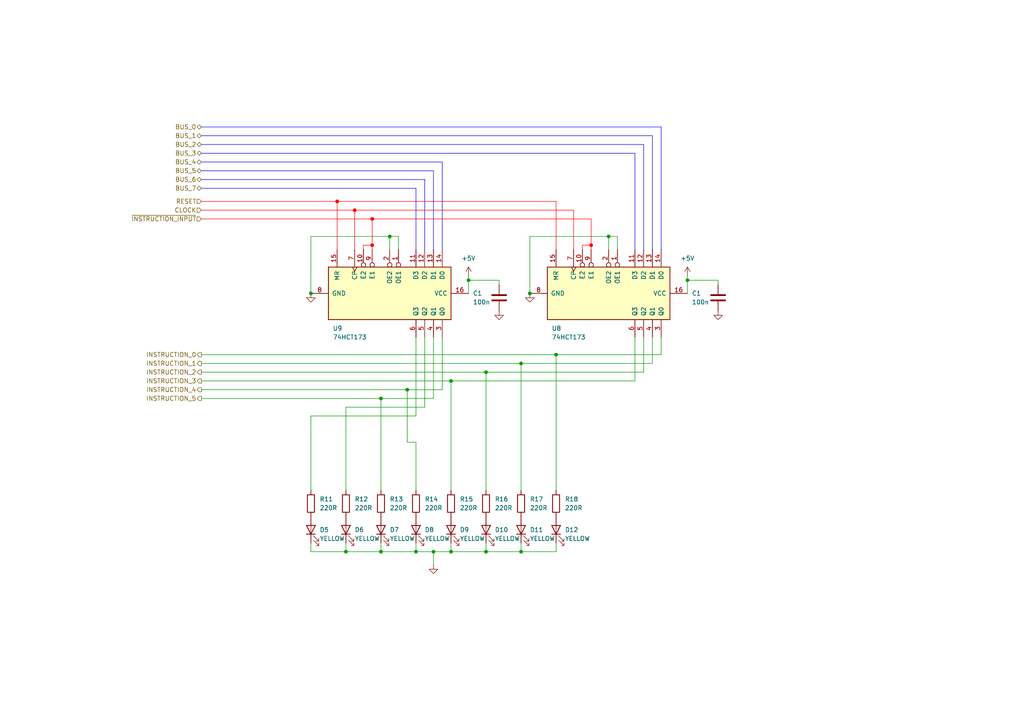
<source format=kicad_sch>
(kicad_sch (version 20230121) (generator eeschema)
  (paper "A4")
  (title_block (title "8-bit CPU") (date "2023-11-28") (rev "1.0") (company "TBR Designs"))
  (lib_symbols
    (symbol "74LS173_1" (pin_names (offset 1.016))
      (property "Reference" "U" (at -7.62 19.05 0))
      (property "Value" "74LS173" (at -7.62 -19.05 0))
      (symbol "74LS173_1_1_0"
        (pin input inverted (at -12.7 2.54 0) (length 5.08) (name "OE1") (number "1"))
        (pin input inverted (at -12.7 -7.62 0) (length 5.08) (name "E2") (number "10"))
        (pin input line (at -12.7 7.62 0) (length 5.08) (name "D3") (number "11"))
        (pin input line (at -12.7 10.16 0) (length 5.08) (name "D2") (number "12"))
        (pin input line (at -12.7 12.7 0) (length 5.08) (name "D1") (number "13"))
        (pin input line (at -12.7 15.24 0) (length 5.08) (name "D0") (number "14"))
        (pin input line (at -12.7 -15.24 0) (length 5.08) (name "MR") (number "15"))
        (pin power_in line (at 0 22.86 270) (length 5.08) (name "VCC") (number "16"))
        (pin input inverted (at -12.7 0 0) (length 5.08) (name "OE2") (number "2"))
        (pin tri_state line (at 12.7 15.24 180) (length 5.08) (name "Q0") (number "3"))
        (pin tri_state line (at 12.7 12.7 180) (length 5.08) (name "Q1") (number "4"))
        (pin tri_state line (at 12.7 10.16 180) (length 5.08) (name "Q2") (number "5"))
        (pin tri_state line (at 12.7 7.62 180) (length 5.08) (name "Q3") (number "6"))
        (pin input clock (at -12.7 -10.16 0) (length 5.08) (name "CP") (number "7"))
        (pin power_in line (at 0 -22.86 90) (length 5.08) (name "GND") (number "8"))
        (pin input inverted (at -12.7 -5.08 0) (length 5.08) (name "E1") (number "9"))
      )
      (symbol "74LS173_1_1_1"
        (rectangle (start -7.62 17.78) (end 7.62 -17.78) (stroke (width 0.254)) (fill (type background)))
      )
    )
    (symbol "74xx:74LS173" (pin_names (offset 1.016))
      (property "Reference" "U" (at -7.62 19.05 0))
      (property "Value" "74LS173" (at -7.62 -19.05 0))
      (symbol "74LS173_1_0"
        (pin input inverted (at -12.7 2.54 0) (length 5.08) (name "OE1") (number "1"))
        (pin input inverted (at -12.7 -7.62 0) (length 5.08) (name "E2") (number "10"))
        (pin input line (at -12.7 7.62 0) (length 5.08) (name "D3") (number "11"))
        (pin input line (at -12.7 10.16 0) (length 5.08) (name "D2") (number "12"))
        (pin input line (at -12.7 12.7 0) (length 5.08) (name "D1") (number "13"))
        (pin input line (at -12.7 15.24 0) (length 5.08) (name "D0") (number "14"))
        (pin input line (at -12.7 -15.24 0) (length 5.08) (name "MR") (number "15"))
        (pin power_in line (at 0 22.86 270) (length 5.08) (name "VCC") (number "16"))
        (pin input inverted (at -12.7 0 0) (length 5.08) (name "OE2") (number "2"))
        (pin tri_state line (at 12.7 15.24 180) (length 5.08) (name "Q0") (number "3"))
        (pin tri_state line (at 12.7 12.7 180) (length 5.08) (name "Q1") (number "4"))
        (pin tri_state line (at 12.7 10.16 180) (length 5.08) (name "Q2") (number "5"))
        (pin tri_state line (at 12.7 7.62 180) (length 5.08) (name "Q3") (number "6"))
        (pin input clock (at -12.7 -10.16 0) (length 5.08) (name "CP") (number "7"))
        (pin power_in line (at 0 -22.86 90) (length 5.08) (name "GND") (number "8"))
        (pin input inverted (at -12.7 -5.08 0) (length 5.08) (name "E1") (number "9"))
      )
      (symbol "74LS173_1_1"
        (rectangle (start -7.62 17.78) (end 7.62 -17.78) (stroke (width 0.254)) (fill (type background)))
      )
    )
    (symbol "Device:C" (pin_numbers hide) (pin_names (offset 0.254))
      (property "Reference" "C" (at 0.635 2.54 0))
      (property "Value" "C" (at 0.635 -2.54 0))
      (symbol "C_0_1"
        (polyline (pts (xy -2.032 -0.762) (xy 2.032 -0.762)) (stroke (width 0.508)))
        (polyline (pts (xy -2.032 0.762) (xy 2.032 0.762)) (stroke (width 0.508)))
      )
      (symbol "C_1_1"
        (pin passive line (at 0 3.81 270) (length 2.794) (name "~") (number "1"))
        (pin passive line (at 0 -3.81 90) (length 2.794) (name "~") (number "2"))
      )
    )
    (symbol "Device:LED" (pin_numbers hide) (pin_names (offset 1.016) hide)
      (property "Reference" "D" (at 0 2.54 0))
      (property "Value" "LED" (at 0 -2.54 0))
      (symbol "LED_0_1"
        (polyline (pts (xy -1.27 -1.27) (xy -1.27 1.27)) (stroke (width 0.254)))
        (polyline (pts (xy -1.27 0) (xy 1.27 0)))
        (polyline (pts (xy 1.27 -1.27) (xy 1.27 1.27) (xy -1.27 0) (xy 1.27 -1.27)) (stroke (width 0.254)))
        (polyline (pts (xy -3.048 -0.762) (xy -4.572 -2.286) (xy -3.81 -2.286) (xy -4.572 -2.286) (xy -4.572 -1.524)))
        (polyline (pts (xy -1.778 -0.762) (xy -3.302 -2.286) (xy -2.54 -2.286) (xy -3.302 -2.286) (xy -3.302 -1.524)))
      )
      (symbol "LED_1_1"
        (pin passive line (at -3.81 0 0) (length 2.54) (name "K") (number "1"))
        (pin passive line (at 3.81 0 180) (length 2.54) (name "A") (number "2"))
      )
    )
    (symbol "Device:R" (pin_numbers hide) (pin_names (offset 0))
      (property "Reference" "R" (at 2.032 0 90))
      (property "Value" "R" (at 0 0 90))
      (symbol "R_0_1"
        (rectangle (start -1.016 -2.54) (end 1.016 2.54) (stroke (width 0.254)))
      )
      (symbol "R_1_1"
        (pin passive line (at 0 3.81 270) (length 1.27) (name "~") (number "1"))
        (pin passive line (at 0 -3.81 90) (length 1.27) (name "~") (number "2"))
      )
    )
    (symbol "power:+5V" (power) (pin_names (offset 0))
      (property "Value" "+5V" (at 0 3.556 0))
      (symbol "+5V_0_1"
        (polyline (pts (xy -0.762 1.27) (xy 0 2.54)))
        (polyline (pts (xy 0 0) (xy 0 2.54)))
        (polyline (pts (xy 0 2.54) (xy 0.762 1.27)))
      )
      (symbol "+5V_1_1"
        (pin power_in line (at 0 0 90) (length 0) hide (name "+5V") (number "1"))
      )
    )
    (symbol "power:GND" (power) (pin_names (offset 0))
      (property "Value" "GND" (at 0 -3.81 0))
      (symbol "GND_0_1"
        (polyline (pts (xy 0 0) (xy 0 -1.27) (xy 1.27 -1.27) (xy 0 -2.54) (xy -1.27 -1.27) (xy 0 -1.27)))
      )
      (symbol "GND_1_1"
        (pin power_in line (at 0 0 270) (length 0) hide (name "GND") (number "1"))
      )
    )
  )
  (junction (at 135.89 81.28))
  (junction (at 140.97 160.02))
  (junction (at 199.39 81.28))
  (junction (at 113.03 68.58))
  (junction (at 110.49 160.02))
  (junction (at 176.53 68.58))
  (junction (at 153.67 85.09))
  (junction (at 107.95 71.12) (color 255 0 0 1))
  (junction (at 120.65 160.02))
  (junction (at 118.11 113.03))
  (junction (at 151.13 105.41))
  (junction (at 110.49 115.57))
  (junction (at 97.79 58.42) (color 255 0 0 1))
  (junction (at 90.17 85.09))
  (junction (at 100.33 160.02))
  (junction (at 140.97 107.95))
  (junction (at 171.45 71.12) (color 255 0 0 1))
  (junction (at 125.73 160.02))
  (junction (at 130.81 110.49))
  (junction (at 161.29 102.87))
  (junction (at 130.81 160.02))
  (junction (at 107.95 63.5) (color 255 0 0 1))
  (junction (at 151.13 160.02))
  (junction (at 102.87 60.96) (color 255 0 0 1))
  (wire (pts (xy 151.13 105.41) (xy 151.13 142.24)))
  (wire (pts (xy 125.73 163.83) (xy 125.73 160.02)))
  (wire (pts (xy 58.42 39.37) (xy 189.23 39.37)) (stroke (width 0) (color 0 0 255 1)))
  (wire (pts (xy 113.03 68.58) (xy 90.17 68.58)))
  (wire (pts (xy 171.45 63.5) (xy 171.45 71.12)) (stroke (width 0) (color 255 0 0 1)))
  (wire (pts (xy 100.33 160.02) (xy 100.33 157.48)))
  (wire (pts (xy 161.29 102.87) (xy 161.29 142.24)))
  (wire (pts (xy 113.03 68.58) (xy 113.03 72.39)))
  (wire (pts (xy 171.45 71.12) (xy 171.45 72.39)) (stroke (width 0) (color 255 0 0 1)))
  (wire (pts (xy 102.87 60.96) (xy 166.37 60.96)) (stroke (width 0) (color 255 0 0 1)))
  (wire (pts (xy 58.42 60.96) (xy 102.87 60.96)) (stroke (width 0) (color 255 0 0 1)))
  (wire (pts (xy 97.79 58.42) (xy 161.29 58.42)) (stroke (width 0) (color 255 0 0 1)))
  (wire (pts (xy 115.57 68.58) (xy 113.03 68.58)))
  (wire (pts (xy 120.65 142.24) (xy 120.65 128.27)))
  (wire (pts (xy 168.91 71.12) (xy 171.45 71.12)) (stroke (width 0) (color 255 0 0 1)))
  (wire (pts (xy 58.42 107.95) (xy 140.97 107.95)))
  (wire (pts (xy 166.37 60.96) (xy 166.37 72.39)) (stroke (width 0) (color 255 0 0 1)))
  (wire (pts (xy 179.07 72.39) (xy 179.07 68.58)))
  (wire (pts (xy 102.87 72.39) (xy 102.87 60.96)) (stroke (width 0) (color 255 0 0 1)))
  (wire (pts (xy 58.42 49.53) (xy 125.73 49.53)) (stroke (width 0) (color 0 0 255 1)))
  (wire (pts (xy 58.42 54.61) (xy 120.65 54.61)) (stroke (width 0) (color 0 0 255 1)))
  (wire (pts (xy 208.28 82.55) (xy 208.28 81.28)))
  (wire (pts (xy 208.28 81.28) (xy 199.39 81.28)))
  (wire (pts (xy 186.69 41.91) (xy 186.69 72.39)) (stroke (width 0) (color 0 0 255 1)))
  (wire (pts (xy 184.15 44.45) (xy 184.15 72.39)) (stroke (width 0) (color 0 0 255 1)))
  (wire (pts (xy 140.97 160.02) (xy 140.97 157.48)))
  (wire (pts (xy 58.42 52.07) (xy 123.19 52.07)) (stroke (width 0) (color 0 0 255 1)))
  (wire (pts (xy 115.57 68.58) (xy 115.57 72.39)))
  (wire (pts (xy 191.77 36.83) (xy 191.77 72.39)) (stroke (width 0) (color 0 0 255 1)))
  (wire (pts (xy 120.65 128.27) (xy 118.11 128.27)))
  (wire (pts (xy 199.39 81.28) (xy 199.39 80.01)))
  (wire (pts (xy 130.81 110.49) (xy 184.15 110.49)))
  (wire (pts (xy 125.73 160.02) (xy 130.81 160.02)))
  (wire (pts (xy 90.17 160.02) (xy 90.17 157.48)))
  (wire (pts (xy 100.33 118.11) (xy 123.19 118.11)))
  (wire (pts (xy 123.19 52.07) (xy 123.19 72.39)) (stroke (width 0) (color 0 0 255 1)))
  (wire (pts (xy 97.79 72.39) (xy 97.79 58.42)) (stroke (width 0) (color 255 0 0 1)))
  (wire (pts (xy 151.13 105.41) (xy 189.23 105.41)))
  (wire (pts (xy 90.17 160.02) (xy 100.33 160.02)))
  (wire (pts (xy 118.11 128.27) (xy 118.11 113.03)))
  (wire (pts (xy 58.42 105.41) (xy 151.13 105.41)))
  (wire (pts (xy 191.77 102.87) (xy 161.29 102.87)))
  (wire (pts (xy 123.19 118.11) (xy 123.19 97.79)))
  (wire (pts (xy 191.77 97.79) (xy 191.77 102.87)))
  (wire (pts (xy 58.42 63.5) (xy 107.95 63.5)) (stroke (width 0) (color 255 0 0 1)))
  (wire (pts (xy 184.15 97.79) (xy 184.15 110.49)))
  (wire (pts (xy 58.42 115.57) (xy 110.49 115.57)))
  (wire (pts (xy 118.11 113.03) (xy 128.27 113.03)))
  (wire (pts (xy 140.97 160.02) (xy 151.13 160.02)))
  (wire (pts (xy 120.65 160.02) (xy 125.73 160.02)))
  (wire (pts (xy 144.78 81.28) (xy 135.89 81.28)))
  (wire (pts (xy 130.81 142.24) (xy 130.81 110.49)))
  (wire (pts (xy 153.67 68.58) (xy 153.67 85.09)))
  (wire (pts (xy 58.42 41.91) (xy 186.69 41.91)) (stroke (width 0) (color 0 0 255 1)))
  (wire (pts (xy 120.65 120.65) (xy 120.65 97.79)))
  (wire (pts (xy 161.29 102.87) (xy 58.42 102.87)))
  (wire (pts (xy 125.73 115.57) (xy 125.73 97.79)))
  (wire (pts (xy 107.95 63.5) (xy 171.45 63.5)) (stroke (width 0) (color 255 0 0 1)))
  (wire (pts (xy 186.69 97.79) (xy 186.69 107.95)))
  (wire (pts (xy 120.65 160.02) (xy 120.65 157.48)))
  (wire (pts (xy 105.41 72.39) (xy 105.41 71.12)) (stroke (width 0) (color 255 0 0 1)))
  (wire (pts (xy 107.95 72.39) (xy 107.95 71.12)) (stroke (width 0) (color 255 0 0 1)))
  (wire (pts (xy 130.81 160.02) (xy 130.81 157.48)))
  (wire (pts (xy 58.42 44.45) (xy 184.15 44.45)) (stroke (width 0) (color 0 0 255 1)))
  (wire (pts (xy 135.89 81.28) (xy 135.89 85.09)))
  (wire (pts (xy 144.78 82.55) (xy 144.78 81.28)))
  (wire (pts (xy 100.33 160.02) (xy 110.49 160.02)))
  (wire (pts (xy 58.42 46.99) (xy 128.27 46.99)) (stroke (width 0) (color 0 0 255 1)))
  (wire (pts (xy 161.29 160.02) (xy 161.29 157.48)))
  (wire (pts (xy 58.42 110.49) (xy 130.81 110.49)))
  (wire (pts (xy 107.95 71.12) (xy 107.95 63.5)) (stroke (width 0) (color 255 0 0 1)))
  (wire (pts (xy 176.53 68.58) (xy 176.53 72.39)))
  (wire (pts (xy 110.49 160.02) (xy 110.49 157.48)))
  (wire (pts (xy 58.42 113.03) (xy 118.11 113.03)))
  (wire (pts (xy 90.17 120.65) (xy 90.17 142.24)))
  (wire (pts (xy 151.13 160.02) (xy 161.29 160.02)))
  (wire (pts (xy 58.42 58.42) (xy 97.79 58.42)) (stroke (width 0) (color 255 0 0 1)))
  (wire (pts (xy 90.17 120.65) (xy 120.65 120.65)))
  (wire (pts (xy 168.91 72.39) (xy 168.91 71.12)) (stroke (width 0) (color 255 0 0 1)))
  (wire (pts (xy 110.49 160.02) (xy 120.65 160.02)))
  (wire (pts (xy 179.07 68.58) (xy 176.53 68.58)))
  (wire (pts (xy 130.81 160.02) (xy 140.97 160.02)))
  (wire (pts (xy 110.49 115.57) (xy 125.73 115.57)))
  (wire (pts (xy 120.65 54.61) (xy 120.65 72.39)) (stroke (width 0) (color 0 0 255 1)))
  (wire (pts (xy 199.39 81.28) (xy 199.39 85.09)))
  (wire (pts (xy 140.97 107.95) (xy 140.97 142.24)))
  (wire (pts (xy 151.13 160.02) (xy 151.13 157.48)))
  (wire (pts (xy 161.29 58.42) (xy 161.29 72.39)) (stroke (width 0) (color 255 0 0 1)))
  (wire (pts (xy 110.49 115.57) (xy 110.49 142.24)))
  (wire (pts (xy 128.27 113.03) (xy 128.27 97.79)))
  (wire (pts (xy 140.97 107.95) (xy 186.69 107.95)))
  (wire (pts (xy 189.23 97.79) (xy 189.23 105.41)))
  (wire (pts (xy 90.17 68.58) (xy 90.17 85.09)))
  (wire (pts (xy 125.73 49.53) (xy 125.73 72.39)) (stroke (width 0) (color 0 0 255 1)))
  (wire (pts (xy 58.42 36.83) (xy 191.77 36.83)) (stroke (width 0) (color 0 0 255 1)))
  (wire (pts (xy 189.23 39.37) (xy 189.23 72.39)) (stroke (width 0) (color 0 0 255 1)))
  (wire (pts (xy 135.89 81.28) (xy 135.89 80.01)))
  (wire (pts (xy 128.27 46.99) (xy 128.27 72.39)) (stroke (width 0) (color 0 0 255 1)))
  (wire (pts (xy 100.33 118.11) (xy 100.33 142.24)))
  (wire (pts (xy 105.41 71.12) (xy 107.95 71.12)) (stroke (width 0) (color 255 0 0 1)))
  (wire (pts (xy 176.53 68.58) (xy 153.67 68.58)))
  (hierarchical_label "~{INSTRUCTION_INPUT}" (shape input) (at 58.42 63.5 180))
  (hierarchical_label "BUS_6" (shape bidirectional) (at 58.42 52.07 180))
  (hierarchical_label "INSTRUCTION_5" (shape output) (at 58.42 115.57 180))
  (hierarchical_label "BUS_7" (shape bidirectional) (at 58.42 54.61 180))
  (hierarchical_label "INSTRUCTION_2" (shape output) (at 58.42 107.95 180))
  (hierarchical_label "INSTRUCTION_0" (shape output) (at 58.42 102.87 180))
  (hierarchical_label "INSTRUCTION_4" (shape output) (at 58.42 113.03 180))
  (hierarchical_label "BUS_0" (shape bidirectional) (at 58.42 36.83 180))
  (hierarchical_label "BUS_5" (shape bidirectional) (at 58.42 49.53 180))
  (hierarchical_label "INSTRUCTION_3" (shape output) (at 58.42 110.49 180))
  (hierarchical_label "BUS_1" (shape bidirectional) (at 58.42 39.37 180))
  (hierarchical_label "CLOCK" (shape input) (at 58.42 60.96 180))
  (hierarchical_label "BUS_4" (shape bidirectional) (at 58.42 46.99 180))
  (hierarchical_label "RESET" (shape input) (at 58.42 58.42 180))
  (hierarchical_label "BUS_3" (shape bidirectional) (at 58.42 44.45 180))
  (hierarchical_label "INSTRUCTION_1" (shape output) (at 58.42 105.41 180))
  (hierarchical_label "BUS_2" (shape bidirectional) (at 58.42 41.91 180))
  (symbol (lib_id "Device:R") (at 100.33 146.05 0) (unit 1)
    (property "Reference" "R12" (at 102.87 144.78 0) (effects (justify left)))
    (property "Value" "220R" (at 102.87 147.32 0) (effects (justify left)))
    (property "Footprint" "Resistor_THT:R_Axial_DIN0204_L3.6mm_D1.6mm_P7.62mm_Horizontal" (effects hide))
    (instances (project "8-bit-cpu" (path "" (reference "R12") (unit 1)) (path "" (reference "R20") (unit 1)) (path "" (reference "R44") (unit 1)) (path "" (reference "R702") (unit 1)) (path "" (reference "R68") (unit 1)) (path "" (reference "R109") (unit 1))))
  )
  (symbol (lib_id "Device:LED") (at 161.29 153.67 90) (unit 1)
    (property "Reference" "D12" (at 163.83 153.67 90) (effects (justify right)))
    (property "Value" "YELLOW" (at 163.83 156.21 90) (effects (justify right)))
    (property "Footprint" "LED_THT:LED_D5.0mm" (effects hide))
    (instances (project "8-bit-cpu" (path "" (reference "D12") (unit 1)) (path "" (reference "D20") (unit 1)) (path "" (reference "D36") (unit 1)) (path "" (reference "D708") (unit 1)) (path "" (reference "D52") (unit 1)) (path "" (reference "D72") (unit 1))))
  )
  (symbol (lib_id "Device:R") (at 151.13 146.05 0) (unit 1)
    (property "Reference" "R17" (at 153.67 144.78 0) (effects (justify left)))
    (property "Value" "220R" (at 153.67 147.32 0) (effects (justify left)))
    (property "Footprint" "Resistor_THT:R_Axial_DIN0204_L3.6mm_D1.6mm_P7.62mm_Horizontal" (effects hide))
    (instances (project "8-bit-cpu" (path "" (reference "R17") (unit 1)) (path "" (reference "R25") (unit 1)) (path "" (reference "R49") (unit 1)) (path "" (reference "R707") (unit 1)) (path "" (reference "R73") (unit 1)) (path "" (reference "R114") (unit 1))))
  )
  (symbol (lib_id "Device:R") (at 110.49 146.05 0) (unit 1)
    (property "Reference" "R13" (at 113.03 144.78 0) (effects (justify left)))
    (property "Value" "220R" (at 113.03 147.32 0) (effects (justify left)))
    (property "Footprint" "Resistor_THT:R_Axial_DIN0204_L3.6mm_D1.6mm_P7.62mm_Horizontal" (effects hide))
    (instances (project "8-bit-cpu" (path "" (reference "R13") (unit 1)) (path "" (reference "R21") (unit 1)) (path "" (reference "R45") (unit 1)) (path "" (reference "R703") (unit 1)) (path "" (reference "R69") (unit 1)) (path "" (reference "R110") (unit 1))))
  )
  (symbol (lib_id "power:GND") (at 125.73 163.83 0) (unit 1)
    (property "Reference" "#PWR045" (effects hide))
    (property "Value" "GND" (effects hide))
    (instances (project "8-bit-cpu" (path "" (reference "#PWR045") (unit 1)) (path "" (reference "#PWR051") (unit 1)) (path "" (reference "#PWR074") (unit 1)) (path "" (reference "#PWR0710") (unit 1)) (path "" (reference "#PWR0101") (unit 1)) (path "" (reference "#PWR0166") (unit 1))))
  )
  (symbol (lib_name "74LS173_1") (lib_id "74xx:74LS173") (at 176.53 85.09 270) (unit 1)
    (property "Reference" "U8" (at 160.02 95.25 90) (effects (justify left)))
    (property "Value" "74HCT173" (at 160.02 97.79 90) (effects (justify left)))
    (property "Footprint" "Package_DIP:DIP-16_W7.62mm" (effects hide))
    (property "Datasheet" "http://www.ti.com/lit/gpn/sn74LS173" (effects hide))
    (instances (project "8-bit-cpu" (path "" (reference "U8") (unit 1)) (path "" (reference "U11") (unit 1)) (path "" (reference "U805") (unit 1)) (path "" (reference "U21") (unit 1)) (path "" (reference "U40") (unit 1))))
  )
  (symbol (lib_id "Device:R") (at 161.29 146.05 0) (unit 1)
    (property "Reference" "R18" (at 163.83 144.78 0) (effects (justify left)))
    (property "Value" "220R" (at 163.83 147.32 0) (effects (justify left)))
    (property "Footprint" "Resistor_THT:R_Axial_DIN0204_L3.6mm_D1.6mm_P7.62mm_Horizontal" (effects hide))
    (instances (project "8-bit-cpu" (path "" (reference "R18") (unit 1)) (path "" (reference "R26") (unit 1)) (path "" (reference "R50") (unit 1)) (path "" (reference "R708") (unit 1)) (path "" (reference "R74") (unit 1)) (path "" (reference "R115") (unit 1))))
  )
  (symbol (lib_id "74xx:74LS173") (at 113.03 85.09 270) (unit 1)
    (property "Reference" "U9" (at 96.52 95.25 90) (effects (justify left)))
    (property "Value" "74HCT173" (at 96.52 97.79 90) (effects (justify left)))
    (property "Footprint" "Package_DIP:DIP-16_W7.62mm" (effects hide))
    (property "Datasheet" "http://www.ti.com/lit/gpn/sn74LS173" (effects hide))
    (instances (project "8-bit-cpu" (path "" (reference "U9") (unit 1)) (path "" (reference "U12") (unit 1)) (path "" (reference "U807") (unit 1)) (path "" (reference "U20") (unit 1)) (path "" (reference "U39") (unit 1))))
  )
  (symbol (lib_id "power:+5V") (at 135.89 80.01 0) (unit 1)
    (property "Reference" "#PWR07" (effects hide))
    (property "Value" "+5V" (at 135.89 74.93 0))
    (instances (project "8-bit-cpu" (path "" (reference "#PWR07") (unit 1)) (path "" (reference "#PWR0815") (unit 1)) (path "" (reference "#PWR088") (unit 1)) (path "" (reference "#PWR0160") (unit 1))))
  )
  (symbol (lib_id "Device:C") (at 144.78 86.36 0) (unit 1)
    (property "Reference" "C1" (at 137.16 85.09 0) (effects (justify left)))
    (property "Value" "100n" (at 137.16 87.63 0) (effects (justify left)))
    (property "Footprint" "01_my_library:C_Disc_D4.0mm_W2.6mm_P2.50mm" (effects hide))
    (instances (project "8-bit-cpu" (path "" (reference "C1") (unit 1)) (path "" (reference "C806") (unit 1)) (path "" (reference "C26") (unit 1)) (path "" (reference "C47") (unit 1))))
  )
  (symbol (lib_id "Device:LED") (at 100.33 153.67 90) (unit 1)
    (property "Reference" "D6" (at 102.87 153.67 90) (effects (justify right)))
    (property "Value" "YELLOW" (at 102.87 156.21 90) (effects (justify right)))
    (property "Footprint" "LED_THT:LED_D5.0mm" (effects hide))
    (instances (project "8-bit-cpu" (path "" (reference "D6") (unit 1)) (path "" (reference "D14") (unit 1)) (path "" (reference "D30") (unit 1)) (path "" (reference "D702") (unit 1)) (path "" (reference "D46") (unit 1)) (path "" (reference "D66") (unit 1))))
  )
  (symbol (lib_id "Device:LED") (at 90.17 153.67 90) (unit 1)
    (property "Reference" "D5" (at 92.71 153.67 90) (effects (justify right)))
    (property "Value" "YELLOW" (at 92.71 156.21 90) (effects (justify right)))
    (property "Footprint" "LED_THT:LED_D5.0mm" (effects hide))
    (instances (project "8-bit-cpu" (path "" (reference "D5") (unit 1)) (path "" (reference "D13") (unit 1)) (path "" (reference "D29") (unit 1)) (path "" (reference "D701") (unit 1)) (path "" (reference "D45") (unit 1)) (path "" (reference "D65") (unit 1))))
  )
  (symbol (lib_id "Device:R") (at 90.17 146.05 0) (unit 1)
    (property "Reference" "R11" (at 92.71 144.78 0) (effects (justify left)))
    (property "Value" "220R" (at 92.71 147.32 0) (effects (justify left)))
    (property "Footprint" "Resistor_THT:R_Axial_DIN0204_L3.6mm_D1.6mm_P7.62mm_Horizontal" (effects hide))
    (instances (project "8-bit-cpu" (path "" (reference "R11") (unit 1)) (path "" (reference "R19") (unit 1)) (path "" (reference "R43") (unit 1)) (path "" (reference "R701") (unit 1)) (path "" (reference "R67") (unit 1)) (path "" (reference "R108") (unit 1))))
  )
  (symbol (lib_id "Device:LED") (at 120.65 153.67 90) (unit 1)
    (property "Reference" "D8" (at 123.19 153.67 90) (effects (justify right)))
    (property "Value" "YELLOW" (at 123.19 156.21 90) (effects (justify right)))
    (property "Footprint" "LED_THT:LED_D5.0mm" (effects hide))
    (instances (project "8-bit-cpu" (path "" (reference "D8") (unit 1)) (path "" (reference "D16") (unit 1)) (path "" (reference "D32") (unit 1)) (path "" (reference "D704") (unit 1)) (path "" (reference "D48") (unit 1)) (path "" (reference "D68") (unit 1))))
  )
  (symbol (lib_id "power:GND") (at 90.17 85.09 0) (unit 1)
    (property "Reference" "#PWR090" (effects hide))
    (property "Value" "GND" (effects hide))
    (instances (project "8-bit-cpu" (path "" (reference "#PWR090") (unit 1)) (path "" (reference "#PWR0162") (unit 1))))
  )
  (symbol (lib_id "Device:R") (at 140.97 146.05 0) (unit 1)
    (property "Reference" "R16" (at 143.51 144.78 0) (effects (justify left)))
    (property "Value" "220R" (at 143.51 147.32 0) (effects (justify left)))
    (property "Footprint" "Resistor_THT:R_Axial_DIN0204_L3.6mm_D1.6mm_P7.62mm_Horizontal" (effects hide))
    (instances (project "8-bit-cpu" (path "" (reference "R16") (unit 1)) (path "" (reference "R24") (unit 1)) (path "" (reference "R48") (unit 1)) (path "" (reference "R706") (unit 1)) (path "" (reference "R72") (unit 1)) (path "" (reference "R113") (unit 1))))
  )
  (symbol (lib_id "Device:LED") (at 151.13 153.67 90) (unit 1)
    (property "Reference" "D11" (at 153.67 153.67 90) (effects (justify right)))
    (property "Value" "YELLOW" (at 153.67 156.21 90) (effects (justify right)))
    (property "Footprint" "LED_THT:LED_D5.0mm" (effects hide))
    (instances (project "8-bit-cpu" (path "" (reference "D11") (unit 1)) (path "" (reference "D19") (unit 1)) (path "" (reference "D35") (unit 1)) (path "" (reference "D707") (unit 1)) (path "" (reference "D51") (unit 1)) (path "" (reference "D71") (unit 1))))
  )
  (symbol (lib_id "Device:R") (at 120.65 146.05 0) (unit 1)
    (property "Reference" "R14" (at 123.19 144.78 0) (effects (justify left)))
    (property "Value" "220R" (at 123.19 147.32 0) (effects (justify left)))
    (property "Footprint" "Resistor_THT:R_Axial_DIN0204_L3.6mm_D1.6mm_P7.62mm_Horizontal" (effects hide))
    (instances (project "8-bit-cpu" (path "" (reference "R14") (unit 1)) (path "" (reference "R22") (unit 1)) (path "" (reference "R46") (unit 1)) (path "" (reference "R704") (unit 1)) (path "" (reference "R70") (unit 1)) (path "" (reference "R111") (unit 1))))
  )
  (symbol (lib_id "Device:LED") (at 140.97 153.67 90) (unit 1)
    (property "Reference" "D10" (at 143.51 153.67 90) (effects (justify right)))
    (property "Value" "YELLOW" (at 143.51 156.21 90) (effects (justify right)))
    (property "Footprint" "LED_THT:LED_D5.0mm" (effects hide))
    (instances (project "8-bit-cpu" (path "" (reference "D10") (unit 1)) (path "" (reference "D18") (unit 1)) (path "" (reference "D34") (unit 1)) (path "" (reference "D706") (unit 1)) (path "" (reference "D50") (unit 1)) (path "" (reference "D70") (unit 1))))
  )
  (symbol (lib_id "power:+5V") (at 199.39 80.01 0) (unit 1)
    (property "Reference" "#PWR07" (effects hide))
    (property "Value" "+5V" (at 199.39 74.93 0))
    (instances (project "8-bit-cpu" (path "" (reference "#PWR07") (unit 1)) (path "" (reference "#PWR0815") (unit 1)) (path "" (reference "#PWR089") (unit 1)) (path "" (reference "#PWR0161") (unit 1))))
  )
  (symbol (lib_id "Device:R") (at 130.81 146.05 0) (unit 1)
    (property "Reference" "R15" (at 133.35 144.78 0) (effects (justify left)))
    (property "Value" "220R" (at 133.35 147.32 0) (effects (justify left)))
    (property "Footprint" "Resistor_THT:R_Axial_DIN0204_L3.6mm_D1.6mm_P7.62mm_Horizontal" (effects hide))
    (instances (project "8-bit-cpu" (path "" (reference "R15") (unit 1)) (path "" (reference "R23") (unit 1)) (path "" (reference "R47") (unit 1)) (path "" (reference "R705") (unit 1)) (path "" (reference "R71") (unit 1)) (path "" (reference "R112") (unit 1))))
  )
  (symbol (lib_id "power:GND") (at 153.67 85.09 0) (unit 1)
    (property "Reference" "#PWR091" (effects hide))
    (property "Value" "GND" (effects hide))
    (instances (project "8-bit-cpu" (path "" (reference "#PWR091") (unit 1)) (path "" (reference "#PWR0163") (unit 1))))
  )
  (symbol (lib_id "Device:LED") (at 130.81 153.67 90) (unit 1)
    (property "Reference" "D9" (at 133.35 153.67 90) (effects (justify right)))
    (property "Value" "YELLOW" (at 133.35 156.21 90) (effects (justify right)))
    (property "Footprint" "LED_THT:LED_D5.0mm" (effects hide))
    (instances (project "8-bit-cpu" (path "" (reference "D9") (unit 1)) (path "" (reference "D17") (unit 1)) (path "" (reference "D33") (unit 1)) (path "" (reference "D705") (unit 1)) (path "" (reference "D49") (unit 1)) (path "" (reference "D69") (unit 1))))
  )
  (symbol (lib_id "Device:LED") (at 110.49 153.67 90) (unit 1)
    (property "Reference" "D7" (at 113.03 153.67 90) (effects (justify right)))
    (property "Value" "YELLOW" (at 113.03 156.21 90) (effects (justify right)))
    (property "Footprint" "LED_THT:LED_D5.0mm" (effects hide))
    (instances (project "8-bit-cpu" (path "" (reference "D7") (unit 1)) (path "" (reference "D15") (unit 1)) (path "" (reference "D31") (unit 1)) (path "" (reference "D703") (unit 1)) (path "" (reference "D47") (unit 1)) (path "" (reference "D67") (unit 1))))
  )
  (symbol (lib_id "Device:C") (at 208.28 86.36 0) (unit 1)
    (property "Reference" "C1" (at 200.66 85.09 0) (effects (justify left)))
    (property "Value" "100n" (at 200.66 87.63 0) (effects (justify left)))
    (property "Footprint" "01_my_library:C_Disc_D4.0mm_W2.6mm_P2.50mm" (effects hide))
    (instances (project "8-bit-cpu" (path "" (reference "C1") (unit 1)) (path "" (reference "C806") (unit 1)) (path "" (reference "C27") (unit 1)) (path "" (reference "C48") (unit 1))))
  )
  (symbol (lib_id "power:GND") (at 208.28 90.17 0) (unit 1)
    (property "Reference" "#PWR012" (effects hide))
    (property "Value" "GND" (effects hide))
    (instances (project "8-bit-cpu" (path "" (reference "#PWR012") (unit 1)) (path "" (reference "#PWR0816") (unit 1)) (path "" (reference "#PWR093") (unit 1)) (path "" (reference "#PWR0165") (unit 1))))
  )
  (symbol (lib_id "power:GND") (at 144.78 90.17 0) (unit 1)
    (property "Reference" "#PWR012" (effects hide))
    (property "Value" "GND" (effects hide))
    (instances (project "8-bit-cpu" (path "" (reference "#PWR012") (unit 1)) (path "" (reference "#PWR0816") (unit 1)) (path "" (reference "#PWR092") (unit 1)) (path "" (reference "#PWR0164") (unit 1))))
  )
)
</source>
